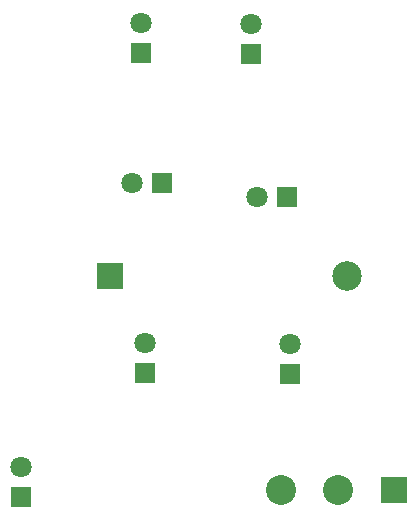
<source format=gbr>
%TF.GenerationSoftware,KiCad,Pcbnew,7.0.7*%
%TF.CreationDate,2023-11-26T21:26:06-05:00*%
%TF.ProjectId,christmas tree,63687269-7374-46d6-9173-20747265652e,rev?*%
%TF.SameCoordinates,Original*%
%TF.FileFunction,Soldermask,Top*%
%TF.FilePolarity,Negative*%
%FSLAX46Y46*%
G04 Gerber Fmt 4.6, Leading zero omitted, Abs format (unit mm)*
G04 Created by KiCad (PCBNEW 7.0.7) date 2023-11-26 21:26:06*
%MOMM*%
%LPD*%
G01*
G04 APERTURE LIST*
%ADD10R,2.286000X2.286000*%
%ADD11C,2.540000*%
%ADD12R,2.170000X2.170000*%
%ADD13C,2.500000*%
%ADD14R,1.800000X1.800000*%
%ADD15C,1.800000*%
G04 APERTURE END LIST*
D10*
%TO.C,SW1*%
X176825000Y-139600000D03*
D11*
X172062500Y-139600000D03*
X167300000Y-139600000D03*
%TD*%
D12*
%TO.C,BAT1*%
X152824300Y-121500000D03*
D13*
X172824300Y-121500000D03*
%TD*%
D14*
%TO.C,Dr*%
X168021000Y-129794000D03*
D15*
X168021000Y-127254000D03*
%TD*%
D14*
%TO.C,D4*%
X157226000Y-113665000D03*
D15*
X154686000Y-113665000D03*
%TD*%
D14*
%TO.C,D7*%
X155775000Y-129700000D03*
D15*
X155775000Y-127160000D03*
%TD*%
D14*
%TO.C,D6*%
X145225000Y-140213000D03*
D15*
X145225000Y-137673000D03*
%TD*%
D14*
%TO.C,D1*%
X164700000Y-102700000D03*
D15*
X164700000Y-100160000D03*
%TD*%
D14*
%TO.C,D3*%
X155425000Y-102616000D03*
D15*
X155425000Y-100076000D03*
%TD*%
D14*
%TO.C,D2*%
X167767000Y-114808000D03*
D15*
X165227000Y-114808000D03*
%TD*%
M02*

</source>
